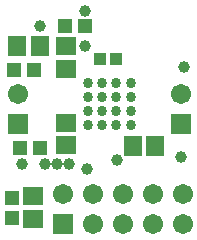
<source format=gbr>
%FSDAX24Y24*%
%MOIN*%
%SFA1B1*%

%IPPOS*%
%ADD32R,0.051300X0.047400*%
%ADD37R,0.067100X0.059200*%
%ADD38R,0.047400X0.051300*%
%ADD39R,0.067100X0.067100*%
%ADD40C,0.067100*%
%ADD41R,0.067100X0.067100*%
%ADD42C,0.039500*%
%ADD43R,0.039500X0.043400*%
%ADD44R,0.059200X0.067100*%
%ADD45C,0.034000*%
%LNde-120418_soldermask_bot-1*%
%LPD*%
G54D32*
X034515Y020250D03*
X035185D03*
X034315Y022850D03*
X034985D03*
X036015Y024300D03*
X036685D03*
G54D37*
X034950Y018624D03*
Y017876D03*
X036050Y020326D03*
Y021074D03*
Y023624D03*
Y022876D03*
G54D38*
X034250Y018585D03*
Y017915D03*
G54D39*
X034450Y021050D03*
X039900D03*
G54D40*
X034450Y022050D03*
X039950Y018700D03*
Y017700D03*
X038950Y018700D03*
Y017700D03*
X037950Y018700D03*
Y017700D03*
X036950Y018700D03*
Y017700D03*
X035950Y018700D03*
X039900Y022050D03*
G54D41*
X035950Y017700D03*
G54D42*
X036750Y019550D03*
X036150Y019700D03*
X035750D03*
X039900Y019950D03*
X039975Y022925D03*
X037750Y019850D03*
X036700Y024800D03*
X035350Y019700D03*
X034600D03*
X035200Y024300D03*
X036700Y023650D03*
G54D43*
X037174Y023200D03*
X037726D03*
G54D44*
X039024Y020300D03*
X038276D03*
X035174Y023650D03*
X034426D03*
G54D45*
X036791Y022409D03*
X037264D03*
X037736D03*
X038209D03*
X036791Y021936D03*
X037264D03*
X037736D03*
X038209D03*
X036791Y021464D03*
X037264D03*
X037736D03*
X038209D03*
X036791Y020991D03*
X037264D03*
X037736D03*
X038209D03*
M02*
</source>
